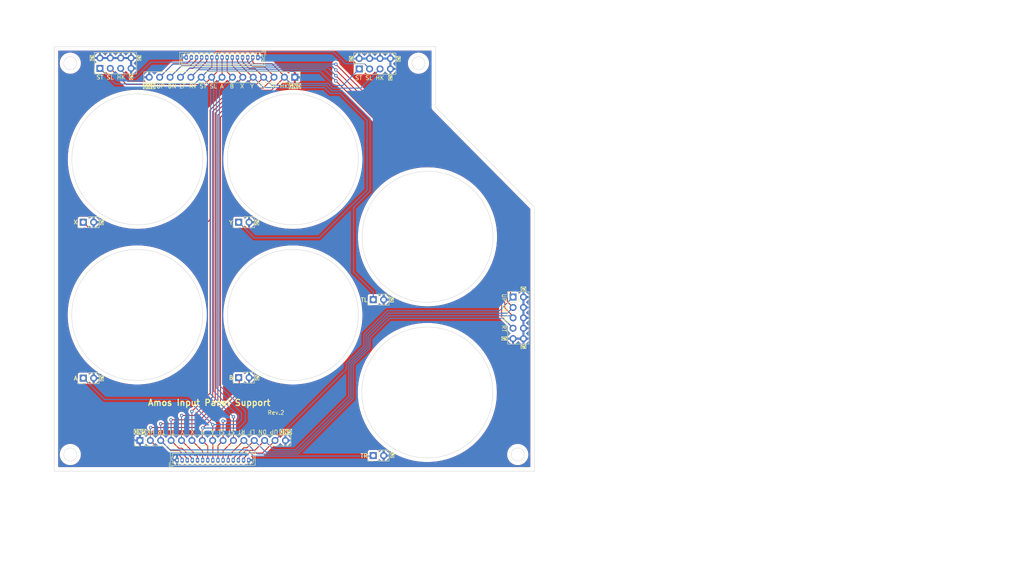
<source format=kicad_pcb>
(kicad_pcb (version 20221018) (generator pcbnew)
  (title_block (title "Input Panel Support") (date "2023-12-08") (rev "2") (company "Amos Home"))
  (layers (0 "F.Cu" signal) (31 "B.Cu" signal) (34 "B.Paste" user) (35 "F.Paste" user) (36 "B.SilkS" user "B.Silkscreen") (37 "F.SilkS" user "F.Silkscreen") (38 "B.Mask" user) (39 "F.Mask" user) (44 "Edge.Cuts" user))
  (net 0 "")
  (net 1 "/UP")
  (net 2 "/DOWN")
  (net 3 "/LEFT")
  (net 4 "/RIGHT")
  (net 5 "/START")
  (net 6 "/SELECT")
  (net 7 "/A")
  (net 8 "/B")
  (net 9 "/X")
  (net 10 "/Y")
  (net 11 "/TL")
  (net 12 "/TR")
  (net 13 "/HOTKEY")
  (net 14 "GND")
  (footprint "Connector_PinHeader_2.54mm:PinHeader_1x15_P2.54mm_Vertical" (layer "F.Cu") (at 56.896 126.365 90)
    (fp_text reference "J4" hide)
    (fp_text value "Conn_01x15" hide)
    (pad "1" thru_hole rect (at 0 0 90) (size 1.7 1.7) (drill 1) (layers "*.Cu" "*.Mask") (net 14 "GND"))
    (pad "2" thru_hole oval (at 0 2.54 90) (size 1.7 1.7) (drill 1) (layers "*.Cu" "*.Mask") (net 13 "/HOTKEY"))
    (pad "3" thru_hole oval (at 0 5.08 90) (size 1.7 1.7) (drill 1) (layers "*.Cu" "*.Mask") (net 12 "/TR"))
    (pad "4" thru_hole oval (at 0 7.62 90) (size 1.7 1.7) (drill 1) (layers "*.Cu" "*.Mask") (net 11 "/TL"))
    (pad "5" thru_hole oval (at 0 10.16 90) (size 1.7 1.7) (drill 1) (layers "*.Cu" "*.Mask") (net 10 "/Y"))
    (pad "6" thru_hole oval (at 0 12.7 90) (size 1.7 1.7) (drill 1) (layers "*.Cu" "*.Mask") (net 9 "/X"))
    (pad "7" thru_hole oval (at 0 15.24 90) (size 1.7 1.7) (drill 1) (layers "*.Cu" "*.Mask") (net 8 "/B"))
    (pad "8" thru_hole oval (at 0 17.78 90) (size 1.7 1.7) (drill 1) (layers "*.Cu" "*.Mask") (net 7 "/A"))
    (pad "9" thru_hole oval (at 0 20.32 90) (size 1.7 1.7) (drill 1) (layers "*.Cu" "*.Mask") (net 6 "/SELECT"))
    (pad "10" thru_hole oval (at 0 22.86 90) (size 1.7 1.7) (drill 1) (layers "*.Cu" "*.Mask") (net 5 "/START"))
    (pad "11" thru_hole oval (at 0 25.4 90) (size 1.7 1.7) (drill 1) (layers "*.Cu" "*.Mask") (net 4 "/RIGHT"))
    (pad "12" thru_hole oval (at 0 27.94 90) (size 1.7 1.7) (drill 1) (layers "*.Cu" "*.Mask") (net 3 "/LEFT"))
    (pad "13" thru_hole oval (at 0 30.48 90) (size 1.7 1.7) (drill 1) (layers "*.Cu" "*.Mask") (net 2 "/DOWN"))
    (pad "14" thru_hole oval (at 0 33.02 90) (size 1.7 1.7) (drill 1) (layers "*.Cu" "*.Mask") (net 1 "/UP"))
    (pad "15" thru_hole oval (at 0 35.56 90) (size 1.7 1.7) (drill 1) (layers "*.Cu" "*.Mask") (net 14 "GND"))
  )
  (footprint "Connector_PinHeader_2.54mm:PinHeader_1x02_P2.54mm_Vertical" (layer "F.Cu") (at 113.919 91.948 90)
    (fp_text reference "J12" hide)
    (fp_text value "Conn_01x02" hide)
    (pad "1" thru_hole rect (at 0 0 90) (size 1.7 1.7) (drill 1) (layers "*.Cu" "*.Mask") (net 11 "/TL"))
    (pad "2" thru_hole oval (at 0 2.54 90) (size 1.7 1.7) (drill 1) (layers "*.Cu" "*.Mask") (net 14 "GND"))
  )
  (footprint "Connector_PinHeader_2.54mm:PinHeader_2x04_P2.54mm_Vertical" (layer "F.Cu") (at 47.117 35.433 90)
    (fp_text reference "J14" hide)
    (fp_text value "Conn_02x04" hide)
    (pad "1" thru_hole rect (at 0 0 90) (size 1.7 1.7) (drill 1) (layers "*.Cu" "*.Mask") (net 5 "/START"))
    (pad "2" thru_hole oval (at 2.54 0 90) (size 1.7 1.7) (drill 1) (layers "*.Cu" "*.Mask") (net 14 "GND"))
    (pad "3" thru_hole oval (at 0 2.54 90) (size 1.7 1.7) (drill 1) (layers "*.Cu" "*.Mask") (net 6 "/SELECT"))
    (pad "4" thru_hole oval (at 2.54 2.54 90) (size 1.7 1.7) (drill 1) (layers "*.Cu" "*.Mask") (net 14 "GND"))
    (pad "5" thru_hole oval (at 0 5.08 90) (size 1.7 1.7) (drill 1) (layers "*.Cu" "*.Mask") (net 13 "/HOTKEY"))
    (pad "6" thru_hole oval (at 2.54 5.08 90) (size 1.7 1.7) (drill 1) (layers "*.Cu" "*.Mask") (net 14 "GND"))
    (pad "7" thru_hole oval (at 0 7.62 90) (size 1.7 1.7) (drill 1) (layers "*.Cu" "*.Mask") (net 14 "GND"))
    (pad "8" thru_hole oval (at 2.54 7.62 90) (size 1.7 1.7) (drill 1) (layers "*.Cu" "*.Mask") (net 14 "GND"))
  )
  (footprint "Connector_PinHeader_2.54mm:PinHeader_2x04_P2.54mm_Vertical" (layer "F.Cu") (at 110.49 35.56 90)
    (fp_text reference "J15" hide)
    (fp_text value "Conn_02x04" hide)
    (pad "1" thru_hole rect (at 0 0 90) (size 1.7 1.7) (drill 1) (layers "*.Cu" "*.Mask") (net 5 "/START"))
    (pad "2" thru_hole oval (at 2.54 0 90) (size 1.7 1.7) (drill 1) (layers "*.Cu" "*.Mask") (net 14 "GND"))
    (pad "3" thru_hole oval (at 0 2.54 90) (size 1.7 1.7) (drill 1) (layers "*.Cu" "*.Mask") (net 6 "/SELECT"))
    (pad "4" thru_hole oval (at 2.54 2.54 90) (size 1.7 1.7) (drill 1) (layers "*.Cu" "*.Mask") (net 14 "GND"))
    (pad "5" thru_hole oval (at 0 5.08 90) (size 1.7 1.7) (drill 1) (layers "*.Cu" "*.Mask") (net 13 "/HOTKEY"))
    (pad "6" thru_hole oval (at 2.54 5.08 90) (size 1.7 1.7) (drill 1) (layers "*.Cu" "*.Mask") (net 14 "GND"))
    (pad "7" thru_hole oval (at 0 7.62 90) (size 1.7 1.7) (drill 1) (layers "*.Cu" "*.Mask") (net 14 "GND"))
    (pad "8" thru_hole oval (at 2.54 7.62 90) (size 1.7 1.7) (drill 1) (layers "*.Cu" "*.Mask") (net 14 "GND"))
  )
  (footprint "Connector_PinHeader_2.54mm:PinHeader_1x15_P2.54mm_Vertical" (layer "F.Cu") (at 94.742 37.592 -90)
    (fp_text reference "J3" hide)
    (fp_text value "Conn_01x15" hide)
    (pad "1" thru_hole rect (at 0 0 270) (size 1.7 1.7) (drill 1) (layers "*.Cu" "*.Mask") (net 14 "GND"))
    (pad "2" thru_hole oval (at 0 2.54 270) (size 1.7 1.7) (drill 1) (layers "*.Cu" "*.Mask") (net 13 "/HOTKEY"))
    (pad "3" thru_hole oval (at 0 5.08 270) (size 1.7 1.7) (drill 1) (layers "*.Cu" "*.Mask") (net 12 "/TR"))
    (pad "4" thru_hole oval (at 0 7.62 270) (size 1.7 1.7) (drill 1) (layers "*.Cu" "*.Mask") (net 11 "/TL"))
    (pad "5" thru_hole oval (at 0 10.16 270) (size 1.7 1.7) (drill 1) (layers "*.Cu" "*.Mask") (net 10 "/Y"))
    (pad "6" thru_hole oval (at 0 12.7 270) (size 1.7 1.7) (drill 1) (layers "*.Cu" "*.Mask") (net 9 "/X"))
    (pad "7" thru_hole oval (at 0 15.24 270) (size 1.7 1.7) (drill 1) (layers "*.Cu" "*.Mask") (net 8 "/B"))
    (pad "8" thru_hole oval (at 0 17.78 270) (size 1.7 1.7) (drill 1) (layers "*.Cu" "*.Mask") (net 7 "/A"))
    (pad "9" thru_hole oval (at 0 20.32 270) (size 1.7 1.7) (drill 1) (layers "*.Cu" "*.Mask") (net 6 "/SELECT"))
    (pad "10" thru_hole oval (at 0 22.86 270) (size 1.7 1.7) (drill 1) (layers "*.Cu" "*.Mask") (net 5 "/START"))
    (pad "11" thru_hole oval (at 0 25.4 270) (size 1.7 1.7) (drill 1) (layers "*.Cu" "*.Mask") (net 4 "/RIGHT"))
    (pad "12" thru_hole oval (at 0 27.94 270) (size 1.7 1.7) (drill 1) (layers "*.Cu" "*.Mask") (net 3 "/LEFT"))
    (pad "13" thru_hole oval (at 0 30.48 270) (size 1.7 1.7) (drill 1) (layers "*.Cu" "*.Mask") (net 2 "/DOWN"))
    (pad "14" thru_hole oval (at 0 33.02 270) (size 1.7 1.7) (drill 1) (layers "*.Cu" "*.Mask") (net 1 "/UP"))
    (pad "15" thru_hole oval (at 0 35.56 270) (size 1.7 1.7) (drill 1) (layers "*.Cu" "*.Mask") (net 14 "GND"))
  )
  (footprint "Connector_PinHeader_2.54mm:PinHeader_1x02_P2.54mm_Vertical" (layer "F.Cu") (at 43.053 73.025 90)
    (fp_text reference "J10" hide)
    (fp_text value "Conn_01x02" hide)
    (pad "1" thru_hole rect (at 0 0 90) (size 1.7 1.7) (drill 1) (layers "*.Cu" "*.Mask") (net 9 "/X"))
    (pad "2" thru_hole oval (at 0 2.54 90) (size 1.7 1.7) (drill 1) (layers "*.Cu" "*.Mask") (net 14 "GND"))
  )
  (footprint "Connector_PinHeader_2.54mm:PinHeader_1x02_P2.54mm_Vertical" (layer "F.Cu") (at 43.053 111.125 90)
    (fp_text reference "J8" hide)
    (fp_text value "Conn_01x02" hide)
    (pad "1" thru_hole rect (at 0 0 90) (size 1.7 1.7) (drill 1) (layers "*.Cu" "*.Mask") (net 7 "/A"))
    (pad "2" thru_hole oval (at 0 2.54 90) (size 1.7 1.7) (drill 1) (layers "*.Cu" "*.Mask") (net 14 "GND"))
  )
  (footprint "Connector_PinHeader_2.54mm:PinHeader_1x02_P2.54mm_Vertical" (layer "F.Cu") (at 81.026 73.025 90)
    (fp_text reference "J11" hide)
    (fp_text value "Conn_01x02" hide)
    (pad "1" thru_hole rect (at 0 0 90) (size 1.7 1.7) (drill 1) (layers "*.Cu" "*.Mask") (net 10 "/Y"))
    (pad "2" thru_hole oval (at 0 2.54 90) (size 1.7 1.7) (drill 1) (layers "*.Cu" "*.Mask") (net 14 "GND"))
  )
  (footprint "Connector_Molex:Molex_PicoBlade_53047-1510_1x15_P1.25mm_Vertical" (layer "F.Cu") (at 65.966 131.1656)
    (fp_text reference "J2" hide)
    (fp_text value "Conn_01x14" hide)
    (pad "1" thru_hole roundrect (at 0 0) (size 0.8 1.3) (drill 0.5) (layers "*.Cu" "*.Mask") (net 14 "GND"))
    (pad "2" thru_hole oval (at 1.25 0) (size 0.8 1.3) (drill 0.5) (layers "*.Cu" "*.Mask") (net 13 "/HOTKEY"))
    (pad "3" thru_hole oval (at 2.5 0) (size 0.8 1.3) (drill 0.5) (layers "*.Cu" "*.Mask") (net 12 "/TR"))
    (pad "4" thru_hole oval (at 3.75 0) (size 0.8 1.3) (drill 0.5) (layers "*.Cu" "*.Mask") (net 11 "/TL"))
    (pad "5" thru_hole oval (at 5 0) (size 0.8 1.3) (drill 0.5) (layers "*.Cu" "*.Mask") (net 10 "/Y"))
    (pad "6" thru_hole oval (at 6.25 0) (size 0.8 1.3) (drill 0.5) (layers "*.Cu" "*.Mask") (net 9 "/X"))
    (pad "7" thru_hole oval (at 7.5 0) (size 0.8 1.3) (drill 0.5) (layers "*.Cu" "*.Mask") (net 8 "/B"))
    (pad "8" thru_hole oval (at 8.75 0) (size 0.8 1.3) (drill 0.5) (layers "*.Cu" "*.Mask") (net 7 "/A"))
    (pad "9" thru_hole oval (at 10 0) (size 0.8 1.3) (drill 0.5) (layers "*.Cu" "*.Mask") (net 6 "/SELECT"))
    (pad "10" thru_hole oval (at 11.25 0) (size 0.8 1.3) (drill 0.5) (layers "*.Cu" "*.Mask") (net 5 "/START"))
    (pad "11" thru_hole oval (at 12.5 0) (size 0.8 1.3) (drill 0.5) (layers "*.Cu" "*.Mask") (net 4 "/RIGHT"))
    (pad "12" thru_hole oval (at 13.75 0) (size 0.8 1.3) (drill 0.5) (layers "*.Cu" "*.Mask") (net 3 "/LEFT"))
    (pad "13" thru_hole oval (at 15 0) (size 0.8 1.3) (drill 0.5) (layers "*.Cu" "*.Mask") (net 2 "/DOWN"))
    (pad "14" thru_hole oval (at 16.25 0) (size 0.8 1.3) (drill 0.5) (layers "*.Cu" "*.Mask") (net 1 "/UP"))
    (pad "15" thru_hole oval (at 17.5 0) (size 0.8 1.3) (drill 0.5) (layers "*.Cu" "*.Mask") (net 14 "GND"))
  )
  (footprint "Connector_Molex:Molex_PicoBlade_53047-1510_1x15_P1.25mm_Vertical" (layer "F.Cu") (at 85.725 32.766 180)
    (fp_text reference "J1" hide)
    (fp_text value "Conn_01x15" hide)
    (pad "1" thru_hole roundrect (at 0 0 180) (size 0.8 1.3) (drill 0.5) (layers "*.Cu" "*.Mask") (net 14 "GND"))
    (pad "2" thru_hole oval (at 1.25 0 180) (size 0.8 1.3) (drill 0.5) (layers "*.Cu" "*.Mask") (net 13 "/HOTKEY"))
    (pad "3" thru_hole oval (at 2.5 0 180) (size 0.8 1.3) (drill 0.5) (layers "*.Cu" "*.Mask") (net 12 "/TR"))
    (pad "4" thru_hole oval (at 3.75 0 180) (size 0.8 1.3) (drill 0.5) (layers "*.Cu" "*.Mask") (net 11 "/TL"))
    (pad "5" thru_hole oval (at 5 0 180) (size 0.8 1.3) (drill 0.5) (layers "*.Cu" "*.Mask") (net 10 "/Y"))
    (pad "6" thru_hole oval (at 6.25 0 180) (size 0.8 1.3) (drill 0.5) (layers "*.Cu" "*.Mask") (net 9 "/X"))
    (pad "7" thru_hole oval (at 7.5 0 180) (size 0.8 1.3) (drill 0.5) (layers "*.Cu" "*.Mask") (net 8 "/B"))
    (pad "8" thru_hole oval (at 8.75 0 180) (size 0.8 1.3) (drill 0.5) (layers "*.Cu" "*.Mask") (net 7 "/A"))
    (pad "9" thru_hole oval (at 10 0 180) (size 0.8 1.3) (drill 0.5) (layers "*.Cu" "*.Mask") (net 6 "/SELECT"))
    (pad "10" thru_hole oval (at 11.25 0 180) (size 0.8 1.3) (drill 0.5) (layers "*.Cu" "*.Mask") (net 5 "/START"))
    (pad "11" thru_hole oval (at 12.5 0 180) (size 0.8 1.3) (drill 0.5) (layers "*.Cu" "*.Mask") (net 4 "/RIGHT"))
    (pad "12" thru_hole oval (at 13.75 0 180) (size 0.8 1.3) (drill 0.5) (layers "*.Cu" "*.Mask") (net 3 "/LEFT"))
    (pad "13" thru_hole oval (at 15 0 180) (size 0.8 1.3) (drill 0.5) (layers "*.Cu" "*.Mask") (net 2 "/DOWN"))
    (pad "14" thru_hole oval (at 16.25 0 180) (size 0.8 1.3) (drill 0.5) (layers "*.Cu" "*.Mask") (net 1 "/UP"))
    (pad "15" thru_hole oval (at 17.5 0 180) (size 0.8 1.3) (drill 0.5) (layers "*.Cu" "*.Mask") (net 14 "GND"))
  )
  (footprint "Connector_PinHeader_2.54mm:PinHeader_1x02_P2.54mm_Vertical" (layer "F.Cu") (at 113.919 130.048 90)
    (fp_text reference "J13" hide)
    (fp_text value "Conn_01x02" hide)
    (pad "1" thru_hole rect (at 0 0 90) (size 1.7 1.7) (drill 1) (layers "*.Cu" "*.Mask") (net 12 "/TR"))
    (pad "2" thru_hole oval (at 0 2.54 90) (size 1.7 1.7) (drill 1) (layers "*.Cu" "*.Mask") (net 14 "GND"))
  )
  (footprint "Connector_PinHeader_2.54mm:PinHeader_2x05_P2.54mm_Vertical" (layer "F.Cu") (at 148.082 91.313)
    (fp_text reference "J7" hide)
    (fp_text value "Conn_02x05" hide)
    (pad "1" thru_hole rect (at 0 0) (size 1.7 1.7) (drill 1) (layers "*.Cu" "*.Mask") (net 1 "/UP"))
    (pad "2" thru_hole oval (at 2.54 0) (size 1.7 1.7) (drill 1) (layers "*.Cu" "*.Mask") (net 14 "GND"))
    (pad "3" thru_hole oval (at 0 2.54) (size 1.7 1.7) (drill 1) (layers "*.Cu" "*.Mask") (net 2 "/DOWN"))
    (pad "4" thru_hole oval (at 2.54 2.54) (size 1.7 1.7) (drill 1) (layers "*.Cu" "*.Mask") (net 14 "GND"))
    (pad "5" thru_hole oval (at 0 5.08) (size 1.7 1.7) (drill 1) (layers "*.Cu" "*.Mask") (net 3 "/LEFT"))
    (pad "6" thru_hole oval (at 2.54 5.08) (size 1.7 1.7) (drill 1) (layers "*.Cu" "*.Mask") (net 14 "GND"))
    (pad "7" thru_hole oval (at 0 7.62) (size 1.7 1.7) (drill 1) (layers "*.Cu" "*.Mask") (net 4 "/RIGHT"))
    (pad "8" thru_hole oval (at 2.54 7.62) (size 1.7 1.7) (drill 1) (layers "*.Cu" "*.Mask") (net 14 "GND"))
    (pad "9" thru_hole oval (at 0 10.16) (size 1.7 1.7) (drill 1) (layers "*.Cu" "*.Mask") (net 14 "GND"))
    (pad "10" thru_hole oval (at 2.54 10.16) (size 1.7 1.7) (drill 1) (layers "*.Cu" "*.Mask") (net 14 "GND"))
  )
  (footprint "Connector_PinHeader_2.54mm:PinHeader_1x02_P2.54mm_Vertical" (layer "F.Cu") (at 81.026 110.998 90)
    (fp_text reference "J9" hide)
    (fp_text value "Conn_01x02" hide)
    (pad "1" thru_hole rect (at 0 0 90) (size 1.7 1.7) (drill 1) (layers "*.Cu" "*.Mask") (net 8 "/B"))
    (pad "2" thru_hole oval (at 0 2.54 90) (size 1.7 1.7) (drill 1) (layers "*.Cu" "*.Mask") (net 14 "GND"))
  )
  (gr_circle (center 94.277394 57.658) (end 110.277394 57.658) (stroke (width 0.1)) (fill none) (layer "Edge.Cuts"))
  (gr_circle (center 56.261 57.658) (end 40.261 57.658) (stroke (width 0.1)) (fill none) (layer "Edge.Cuts"))
  (gr_poly (pts (xy 129.159 44.958) (xy 153.289 69.342) (xy 153.289 133.858) (xy 35.941 133.858) (xy 35.941 30.099) (xy 129.159 30.099)) (stroke (width 0.1)) (fill none) (layer "Edge.Cuts"))
  (gr_circle (center 39.878 34.163) (end 41.478 34.163) (stroke (width 0.1)) (fill none) (layer "Edge.Cuts"))
  (gr_circle (center 127.129 114.6302) (end 143.129 114.6302) (stroke (width 0.1)) (fill none) (layer "Edge.Cuts"))
  (gr_circle (center 124.968 34.168) (end 126.568 34.168) (stroke (width 0.1)) (fill none) (layer "Edge.Cuts"))
  (gr_circle (center 94.277394 95.6838) (end 110.277394 95.6838) (stroke (width 0.1)) (fill none) (layer "Edge.Cuts"))
  (gr_circle (center 56.2356 95.6838) (end 72.2356 95.6838) (stroke (width 0.1)) (fill none) (layer "Edge.Cuts"))
  (gr_circle (center 127.1778 76.583) (end 111.1778 76.583) (stroke (width 0.1)) (fill none) (layer "Edge.Cuts"))
  (gr_circle (center 39.878 129.794) (end 41.478 129.794) (stroke (width 0.1)) (fill none) (layer "Edge.Cuts"))
  (gr_circle (center 149.225 129.794) (end 150.825 129.794) (stroke (width 0.1)) (fill none) (layer "Edge.Cuts"))
  (gr_text "G" (at 149.987 102.87 270) (layer "F.SilkS" knockout) (effects (font (size 1 1)) (justify left bottom)))
  (gr_text "G" (at 54.737 38.2016) (layer "F.SilkS" knockout) (effects (font (size 1 1)) (justify bottom)))
  (gr_text "G" (at 118.4402 92.583) (layer "F.SilkS" knockout) (effects (font (size 1 1)) (justify bottom)))
  (gr_text "Amos Input Panel Support" (at 58.6994 118.0084) (layer "F.SilkS") (effects (font (size 1.5 1.5) (thickness 0.3) bold) (justify left bottom)))
  (gr_text "G" (at 120.1166 33.7312) (layer "F.SilkS" knockout) (effects (font (size 1 1)) (justify bottom)))
  (gr_text "UP DN LF RT" (at 145.288 90.424 270) (layer "F.SilkS") (effects (font (size 1 0.95)) (justify left bottom)))
  (gr_text "UP DN LF RT ST SL A  B  X  Y  TL TR HK" (at 74.549 123.6472 180) (layer "F.SilkS") (effects (font (size 1 1)) (justify bottom)))
  (gr_text "GND" (at 56.9214 123.5964 180) (layer "F.SilkS" knockout) (effects (font (size 1 1)) (justify bottom)))
  (gr_text "G" (at 117.983 130.556) (layer "F.SilkS" knockout) (effects (font (size 1 1)) (justify left bottom)))
  (gr_text "UP DN LF RT ST SL A  B  X  Y  TL TR HK" (at 77.0382 40.386) (layer "F.SilkS") (effects (font (size 1 1)) (justify bottom)))
  (gr_text "G" (at 47.5742 111.8108) (layer "F.SilkS" knockout) (effects (font (size 1 1)) (justify bottom)))
  (gr_text "ST SL HK" (at 113.03 38.354) (layer "F.SilkS") (effects (font (size 1 1)) (justify bottom)))
  (gr_text "TR" (at 110.6678 130.7084) (layer "F.SilkS") (effects (font (size 1 1) (thickness 0.1875)) (justify left bottom)))
  (gr_text "TL" (at 111.6838 92.6084) (layer "F.SilkS") (effects (font (size 1 1) (thickness 0.1875)) (justify bottom)))
  (gr_text "G" (at 118.0846 38.354) (layer "F.SilkS" knockout) (effects (font (size 1 1)) (justify bottom)))
  (gr_text "B" (at 79.1718 111.6076) (layer "F.SilkS") (effects (font (size 1 1) (thickness 0.1875)) (justify bottom)))
  (gr_text "G" (at 47.5742 73.66) (layer "F.SilkS" knockout) (effects (font (size 1 1)) (justify bottom)))
  (gr_text "ST SL HK" (at 49.784 38.2016) (layer "F.SilkS") (effects (font (size 1 1)) (justify bottom)))
  (gr_text "GND" (at 59.1566 40.4368) (layer "F.SilkS" knockout) (effects (font (size 1 1)) (justify bottom)))
  (gr_text "Y" (at 79.121 73.7108) (layer "F.SilkS") (effects (font (size 1 1) (thickness 0.1875)) (justify bottom)))
  (gr_text "Rev.2" (at 88.011 120.142) (layer "F.SilkS") (effects (font (size 1 1)) (justify left bottom)))
  (gr_text "G" (at 108.4834 33.7312) (layer "F.SilkS" knockout) (effects (font (size 1 1)) (justify bottom)))
  (gr_text "GND" (at 94.7674 40.386) (layer "F.SilkS" knockout) (effects (font (size 1 1)) (justify bottom)))
  (gr_text "G" (at 45.1358 33.528) (layer "F.SilkS" knockout) (effects (font (size 1 1)) (justify bottom)))
  (gr_text "A" (at 41.1734 111.76) (layer "F.SilkS") (effects (font (size 1 1) (thickness 0.1875)) (justify bottom)))
  (gr_text "GND" (at 92.5322 123.5964 180) (layer "F.SilkS" knockout) (effects (font (size 1 1)) (justify bottom)))
  (gr_text "G" (at 149.987 88.646 270) (layer "F.SilkS" knockout) (effects (font (size 1 1)) (justify left bottom)))
  (gr_text "G" (at 85.5218 73.7108) (layer "F.SilkS" knockout) (effects (font (size 1 1)) (justify bottom)))
  (gr_text "G" (at 56.7182 33.528) (layer "F.SilkS" knockout) (effects (font (size 1 1)) (justify bottom)))
  (gr_text "X" (at 41.1734 73.6092) (layer "F.SilkS") (effects (font (size 1 1) (thickness 0.1875)) (justify bottom)))
  (gr_text "G" (at 85.5726 111.633) (layer "F.SilkS" knockout) (effects (font (size 1 1)) (justify bottom)))
  (gr_text "G" (at 145.288 100.838 270) (layer "F.SilkS" knockout) (effects (font (size 1 1)) (justify left bottom)))
  (segment (start 68.326 34.29) (end 69.475 33.141) (width 0.25) (layer "F.Cu") (net 1))
  (segment (start 83.566 129.413) (end 86.868 129.413) (width 0.25) (layer "F.Cu") (net 1))
  (segment (start 69.475 33.141) (end 69.475 32.766) (width 0.25) (layer "F.Cu") (net 1))
  (segment (start 86.868 129.413) (end 89.916 126.365) (width 0.25) (layer "F.Cu") (net 1))
  (segment (start 61.722 37.592) (end 65.024 34.29) (width 0.25) (layer "F.Cu") (net 1))
  (segment (start 147.447 68.072) (end 147.447 90.678) (width 0.25) (layer "F.Cu") (net 1))
  (segment (start 147.447 90.678) (end 148.082 91.313) (width 0.25) (layer "F.Cu") (net 1))
  (segment (start 124.714 54.356) (end 133.731 54.356) (width 0.25) (layer "F.Cu") (net 1))
  (segment (start 104.775 34.417) (end 124.714 54.356) (width 0.25) (layer "F.Cu") (net 1))
  (segment (start 61.341 37.338) (end 61.468 37.338) (width 0.25) (layer "F.Cu") (net 1))
  (segment (start 82.216 130.763) (end 83.566 129.413) (width 0.25) (layer "F.Cu") (net 1))
  (segment (start 82.216 131.1656) (end 82.216 130.763) (width 0.25) (layer "F.Cu") (net 1))
  (segment (start 133.731 54.356) (end 147.447 68.072) (width 0.25) (layer "F.Cu") (net 1))
  (segment (start 61.468 37.338) (end 61.722 37.592) (width 0.25) (layer "F.Cu") (net 1))
  (segment (start 65.024 34.29) (end 68.326 34.29) (width 0.25) (layer "F.Cu") (net 1))
  (via (at 104.775 34.417) (size 0.8) (drill 0.4) (layers "F.Cu" "B.Cu") (net 1))
  (segment (start 89.916 126.365) (end 107.315 108.966) (width 0.25) (layer "B.Cu") (net 1))
  (segment (start 107.315 108.966) (end 107.315 107.5436) (width 0.25) (layer "B.Cu") (net 1))
  (segment (start 144.7546 94.6404) (end 148.082 91.313) (width 0.25) (layer "B.Cu") (net 1))
  (segment (start 104.775 34.417) (end 104.753 34.395) (width 0.25) (layer "B.Cu") (net 1))
  (segment (start 111.633 103.2256) (end 111.633 100.3554) (width 0.25) (layer "B.Cu") (net 1))
  (segment (start 111.633 100.3554) (end 117.348 94.6404) (width 0.25) (layer "B.Cu") (net 1))
  (segment (start 107.315 107.5436) (end 111.633 103.2256) (width 0.25) (layer "B.Cu") (net 1))
  (segment (start 117.348 94.6404) (end 144.7546 94.6404) (width 0.25) (layer "B.Cu") (net 1))
  (segment (start 104.753 34.395) (end 64.919 34.395) (width 0.25) (layer "B.Cu") (net 1))
  (segment (start 64.919 34.395) (end 61.722 37.592) (width 0.25) (layer "B.Cu") (net 1))
  (segment (start 146.685 68.199) (end 146.685 92.456) (width 0.25) (layer "F.Cu") (net 2))
  (segment (start 80.966 131.1656) (end 80.966 130.616) (width 0.25) (layer "F.Cu") (net 2))
  (segment (start 104.775 35.814) (end 124.079 55.118) (width 0.25) (layer "F.Cu") (net 2))
  (segment (start 82.804 128.778) (end 84.963 128.778) (width 0.25) (layer "F.Cu") (net 2))
  (segment (start 80.906 131.318) (end 80.906 131.2256) (width 0.25) (layer "F.Cu") (net 2))
  (segment (start 80.966 130.616) (end 82.804 128.778) (width 0.25) (layer "F.Cu") (net 2))
  (segment (start 146.685 92.456) (end 148.082 93.853) (width 0.25) (layer "F.Cu") (net 2))
  (segment (start 67.056 34.798) (end 64.262 37.592) (width 0.25) (layer "F.Cu") (net 2))
  (segment (start 133.604 55.118) (end 146.685 68.199) (width 0.25) (layer "F.Cu") (net 2))
  (segment (start 124.079 55.118) (end 133.604 55.118) (width 0.25) (layer "F.Cu") (net 2))
  (segment (start 70.725 33.288) (end 69.215 34.798) (width 0.25) (layer "F.Cu") (net 2))
  (segment (start 80.906 131.2256) (end 80.966 131.1656) (width 0.25) (layer "F.Cu") (net 2))
  (segment (start 69.215 34.798) (end 67.056 34.798) (width 0.25) (layer "F.Cu") (net 2))
  (segment (start 70.725 32.766) (end 70.725 33.288) (width 0.25) (layer "F.Cu") (net 2))
  (segment (start 84.963 128.778) (end 87.376 126.365) (width 0.25) (layer "F.Cu") (net 2))
  (via (at 104.775 35.814) (size 0.8) (drill 0.4) (layers "F.Cu" "B.Cu") (net 2))
  (segment (start 146.685 95.25) (end 148.082 93.853) (width 0.25) (layer "B.Cu") (net 2))
  (segment (start 94.869 128.651) (end 107.9246 115.5954) (width 0.25) (layer "B.Cu") (net 2))
  (segment (start 117.5766 95.25) (end 146.685 95.25) (width 0.25) (layer "B.Cu") (net 2))
  (segment (start 107.9246 107.6198) (end 112.1664 103.378) (width 0.25) (layer "B.Cu") (net 2))
  (segment (start 112.1664 103.378) (end 112.1664 100.6602) (width 0.25) (layer "B.Cu") (net 2))
  (segment (start 89.662 128.651) (end 94.869 128.651) (width 0.25) (layer "B.Cu") (net 2))
  (segment (start 104.775 35.814) (end 103.806 34.845) (width 0.25) (layer "B.Cu") (net 2))
  (segment (start 87.376 126.365) (end 89.662 128.651) (width 0.25) (layer "B.Cu") (net 2))
  (segment (start 103.806 34.845) (end 67.009 34.845) (width 0.25) (layer "B.Cu") (net 2))
  (segment (start 107.9246 115.5954) (end 107.9246 107.6198) (width 0.25) (layer "B.Cu") (net 2))
  (segment (start 112.1664 100.6602) (end 117.5766 95.25) (width 0.25) (layer "B.Cu") (net 2))
  (segment (start 67.009 34.845) (end 64.262 37.592) (width 0.25) (layer "B.Cu") (net 2))
  (segment (start 69.85 35.433) (end 71.975 33.308) (width 0.25) (layer "F.Cu") (net 3))
  (segment (start 82.2706 128.143) (end 83.058 128.143) (width 0.25) (layer "F.Cu") (net 3))
  (segment (start 68.961 35.433) (end 69.85 35.433) (width 0.25) (layer "F.Cu") (net 3))
  (segment (start 66.802 37.592) (end 68.961 35.433) (width 0.25) (layer "F.Cu") (net 3))
  (segment (start 71.975 33.308) (end 71.975 32.766) (width 0.25) (layer "F.Cu") (net 3))
  (segment (start 133.477 55.88) (end 146.05 68.453) (width 0.25) (layer "F.Cu") (net 3))
  (segment (start 146.05 93.98) (end 148.082 96.012) (width 0.25) (layer "F.Cu") (net 3))
  (segment (start 148.082 96.012) (end 148.082 96.393) (width 0.25) (layer "F.Cu") (net 3))
  (segment (start 146.05 68.453) (end 146.05 93.98) (width 0.25) (layer "F.Cu") (net 3))
  (segment (start 79.716 130.6976) (end 82.2706 128.143) (width 0.25) (layer "F.Cu") (net 3))
  (segment (start 104.775 37.211) (end 123.444 55.88) (width 0.25) (layer "F.Cu") (net 3))
  (segment (start 123.444 55.88) (end 133.477 55.88) (width 0.25) (layer "F.Cu") (net 3))
  (segment (start 79.716 131.1656) (end 79.716 130.6976) (width 0.25) (layer "F.Cu") (net 3))
  (segment (start 83.058 128.143) (end 84.836 126.365) (width 0.25) (layer "F.Cu") (net 3))
  (via (at 104.775 37.211) (size 0.8) (drill 0.4) (layers "F.Cu" "B.Cu") (net 3))
  (segment (start 66.548 37.338) (end 66.421 37.338) (width 0.25) (layer "B.Cu") (net 3))
  (segment (start 66.802 37.592) (end 66.548 37.338) (width 0.25) (layer "B.Cu") (net 3))
  (segment (start 104.775 37.211) (end 102.859 35.295) (width 0.25) (layer "B.Cu") (net 3))
  (segment (start 117.7036 95.885) (end 147.574 95.885) (width 0.25) (layer "B.Cu") (net 3))
  (segment (start 147.574 95.885) (end 148.082 96.393) (width 0.25) (layer "B.Cu") (net 3))
  (segment (start 112.649 103.5812) (end 112.649 100.9396) (width 0.25) (layer "B.Cu") (net 3))
  (segment (start 84.836 126.365) (end 87.63 129.159) (width 0.25) (layer "B.Cu") (net 3))
  (segment (start 102.859 35.295) (end 69.099 35.295) (width 0.25) (layer "B.Cu") (net 3))
  (segment (start 69.099 35.295) (end 66.802 37.592) (width 0.25) (layer "B.Cu") (net 3))
  (segment (start 108.458 107.7722) (end 112.649 103.5812) (width 0.25) (layer "B.Cu") (net 3))
  (segment (start 108.458 115.951) (end 108.458 107.7722) (width 0.25) (layer "B.Cu") (net 3))
  (segment (start 112.649 100.9396) (end 117.7036 95.885) (width 0.25) (layer "B.Cu") (net 3))
  (segment (start 87.63 129.159) (end 95.25 129.159) (width 0.25) (layer "B.Cu") (net 3))
  (segment (start 95.25 129.159) (end 108.458 115.951) (width 0.25) (layer "B.Cu") (net 3))
  (segment (start 145.288 96.139) (end 148.082 98.933) (width 0.25) (layer "F.Cu") (net 4))
  (segment (start 69.342 37.592) (end 73.225 33.709) (width 0.25) (layer "F.Cu") (net 4))
  (segment (start 122.936 56.642) (end 133.223 56.642) (width 0.25) (layer "F.Cu") (net 4))
  (segment (start 133.223 56.642) (end 145.288 68.707) (width 0.25) (layer "F.Cu") (net 4))
  (segment (start 73.225 33.709) (end 73.225 32.766) (width 0.25) (layer "F.Cu") (net 4))
  (segment (start 78.466 130.195) (end 78.466 131.1656) (width 0.25) (layer "F.Cu") (net 4))
  (segment (start 145.288 68.707) (end 145.288 96.139) (width 0.25) (layer "F.Cu") (net 4))
  (segment (start 82.296 126.365) (end 78.466 130.195) (width 0.25) (layer "F.Cu") (net 4))
  (segment (start 104.775 38.481) (end 122.936 56.642) (width 0.25) (layer "F.Cu") (net 4))
  (via (at 104.775 38.481) (size 0.8) (drill 0.4) (layers "F.Cu" "B.Cu") (net 4))
  (segment (start 145.669 96.52) (end 148.082 98.933) (width 0.25) (layer "B.Cu") (net 4))
  (segment (start 71.189 35.745) (end 69.342 37.592) (width 0.25) (layer "B.Cu") (net 4))
  (segment (start 85.598 129.667) (end 95.504 129.667) (width 0.25) (layer "B.Cu") (net 4))
  (segment (start 109.0168 116.1542) (end 109.0168 107.8738) (width 0.25) (layer "B.Cu") (net 4))
  (segment (start 82.296 126.365) (end 85.598 129.667) (width 0.25) (layer "B.Cu") (net 4))
  (segment (start 113.1062 101.346) (end 117.9322 96.52) (width 0.25) (layer "B.Cu") (net 4))
  (segment (start 109.0168 107.8738) (end 113.1062 103.7844) (width 0.25) (layer "B.Cu") (net 4))
  (segment (start 95.504 129.667) (end 109.0168 116.1542) (width 0.25) (layer "B.Cu") (net 4))
  (segment (start 102.039 35.745) (end 71.189 35.745) (width 0.25) (layer "B.Cu") (net 4))
  (segment (start 113.1062 103.7844) (end 113.1062 101.346) (width 0.25) (layer "B.Cu") (net 4))
  (segment (start 104.775 38.481) (end 102.039 35.745) (width 0.25) (layer "B.Cu") (net 4))
  (segment (start 117.9322 96.52) (end 145.669 96.52) (width 0.25) (layer "B.Cu") (net 4))
  (segment (start 71.882 37.592) (end 74.475 34.999) (width 0.25) (layer "F.Cu") (net 5))
  (segment (start 79.756 120.5992) (end 79.756 126.365) (width 0.25) (layer "F.Cu") (net 5))
  (segment (start 77.216 131.1656) (end 77.216 128.905) (width 0.25) (layer "F.Cu") (net 5))
  (segment (start 74.475 34.999) (end 74.475 32.766) (width 0.25) (layer "F.Cu") (net 5))
  (segment (start 77.216 128.905) (end 79.756 126.365) (width 0.25) (layer "F.Cu") (net 5))
  (via (at 79.756 120.5992) (size 0.8) (drill 0.4) (layers "F.Cu" "B.Cu") (net 5))
  (segment (start 47.117 35.433) (end 50.927 39.243) (width 0.25) (layer "B.Cu") (net 5))
  (segment (start 73.279 36.195) (end 100.965 36.195) (width 0.25) (layer "B.Cu") (net 5))
  (segment (start 50.927 39.243) (end 70.231 39.243) (width 0.25) (layer "B.Cu") (net 5))
  (segment (start 100.965 36.195) (end 104.394 39.624) (width 0.25) (layer "B.Cu") (net 5))
  (segment (start 79.756 120.5992) (end 74.168 115.0112) (width 0.25) (layer "B.Cu") (net 5))
  (segment (start 106.426 39.624) (end 110.49 35.56) (width 0.25) (layer "B.Cu") (net 5))
  (segment (start 71.882 37.592) (end 73.279 36.195) (width 0.25) (layer "B.Cu") (net 5))
  (segment (start 74.168 39.878) (end 71.882 37.592) (width 0.25) (layer "B.Cu") (net 5))
  (segment (start 74.168 115.0112) (end 74.168 39.878) (width 0.25) (layer "B.Cu") (net 5))
  (segment (start 104.394 39.624) (end 106.426 39.624) (width 0.25) (layer "B.Cu") (net 5))
  (segment (start 70.231 39.243) (end 71.882 37.592) (width 0.25) (layer "B.Cu") (net 5))
  (segment (start 75.725 36.289) (end 75.725 32.766) (width 0.25) (layer "F.Cu") (net 6))
  (segment (start 74.422 37.592) (end 72.644 39.37) (width 0.25) (layer "F.Cu") (net 6))
  (segment (start 75.966 127.615) (end 75.966 131.1656) (width 0.25) (layer "F.Cu") (net 6))
  (segment (start 74.422 37.592) (end 75.725 36.289) (width 0.25) (layer "F.Cu") (net 6))
  (segment (start 77.216 121.6152) (end 77.216 126.365) (width 0.25) (layer "F.Cu") (net 6))
  (segment (start 72.644 39.37) (end 53.594 39.37) (width 0.25) (layer "F.Cu") (net 6))
  (segment (start 77.216 126.365) (end 75.966 127.615) (width 0.25) (layer "F.Cu") (net 6))
  (segment (start 53.594 39.37) (end 49.657 35.433) (width 0.25) (layer "F.Cu") (net 6))
  (via (at 77.216 121.6152) (size 0.8) (drill 0.4) (layers "F.Cu" "B.Cu") (net 6))
  (segment (start 107.061 34.29) (end 104.14 31.369) (width 0.25) (layer "B.Cu") (net 6))
  (segment (start 76.2 31.369) (end 75.725 31.844) (width 0.25) (layer "B.Cu") (net 6))
  (segment (start 104.14 31.369) (end 76.2 31.369) (width 0.25) (layer "B.Cu") (net 6))
  (segment (start 74.9046 38.0746) (end 74.422 37.592) (width 0.25) (layer "B.Cu") (net 6))
  (segment (start 113.03 35.56) (end 111.76 34.29) (width 0.25) (layer "B.Cu") (net 6))
  (segment (start 80.3402 121.6152) (end 80.9498 121.0056) (width 0.25) (layer "B.Cu") (net 6))
  (segment (start 80.9498 121.0056) (end 80.9498 120.3452) (width 0.25) (layer "B.Cu") (net 6))
  (segment (start 111.76 34.29) (end 107.061 34.29) (width 0.25) (layer "B.Cu") (net 6))
  (segment (start 75.725 31.844) (end 75.725 32.766) (width 0.25) (layer "B.Cu") (net 6))
  (segment (start 74.9046 114.3) (end 74.9046 38.0746) (width 0.25) (layer "B.Cu") (net 6))
  (segment (start 80.9498 120.3452) (end 74.9046 114.3) (width 0.25) (layer "B.Cu") (net 6))
  (segment (start 77.216 121.6152) (end 80.3402 121.6152) (width 0.25) (layer "B.Cu") (net 6))
  (segment (start 76.962 37.592) (end 76.975 37.579) (width 0.25) (layer "F.Cu") (net 7))
  (segment (start 74.716 126.405) (end 74.716 131.1656) (width 0.25) (layer "F.Cu") (net 7))
  (segment (start 76.975 37.579) (end 76.975 32.766) (width 0.25) (layer "F.Cu") (net 7))
  (segment (start 74.676 126.365) (end 74.716 126.405) (width 0.25) (layer "F.Cu") (net 7))
  (segment (start 74.676 122.4788) (end 74.676 126.365) (width 0.25) (layer "F.Cu") (net 7))
  (via (at 74.676 122.4788) (size 0.8) (drill 0.4) (layers "F.Cu" "B.Cu") (net 7))
  (segment (start 75.565 38.989) (end 76.962 37.592) (width 0.25) (layer "B.Cu") (net 7))
  (segment (start 81.7118 119.634) (end 75.565 113.4872) (width 0.25) (layer "B.Cu") (net 7))
  (segment (start 74.676 122.4788) (end 68.5292 116.332) (width 0.25) (layer "B.Cu") (net 7))
  (segment (start 75.565 113.4872) (end 75.565 38.989) (width 0.25) (layer "B.Cu") (net 7))
  (segment (start 80.5434 122.4788) (end 81.7118 121.3104) (width 0.25) (layer "B.Cu") (net 7))
  (segment (start 48.26 116.332) (end 43.053 111.125) (width 0.25) (layer "B.Cu") (net 7))
  (segment (start 68.5292 116.332) (end 48.26 116.332) (width 0.25) (layer "B.Cu") (net 7))
  (segment (start 81.7118 121.3104) (end 81.7118 119.634) (width 0.25) (layer "B.Cu") (net 7))
  (segment (start 74.676 122.4788) (end 80.5434 122.4788) (width 0.25) (layer "B.Cu") (net 7))
  (segment (start 81.153 114.427) (end 81.153 111.125) (width 0.25) (layer "F.Cu") (net 8))
  (segment (start 78.225 36.315) (end 78.225 32.766) (width 0.25) (layer "F.Cu") (net 8))
  (segment (start 79.502 37.592) (end 78.225 36.315) (width 0.25) (layer "F.Cu") (net 8))
  (segment (start 73.466 127.695) (end 73.466 131.1656) (width 0.25) (layer "F.Cu") (net 8))
  (segment (start 81.153 111.125) (end 81.026 110.998) (width 0.25) (layer "F.Cu") (net 8))
  (segment (start 72.136 123.444) (end 72.136 126.365) (width 0.25) (layer "F.Cu") (net 8))
  (segment (start 72.136 126.365) (end 73.466 127.695) (width 0.25) (layer "F.Cu") (net 8))
  (segment (start 72.263 123.317) (end 81.153 114.427) (width 0.25) (layer "F.Cu") (net 8))
  (segment (start 72.263 123.317) (end 72.136 123.444) (width 0.25) (layer "F.Cu") (net 8))
  (via (at 72.263 123.317) (size 0.8) (drill 0.4) (layers "F.Cu" "B.Cu") (net 8))
  (segment (start 72.263 123.317) (end 81.026 123.317) (width 0.25) (layer "B.Cu") (net 8))
  (segment (start 79.248 37.338) (end 79.502 37.592) (width 0.25) (layer "B.Cu") (net 8))
  (segment (start 79.121 37.338) (end 79.248 37.338) (width 0.25) (layer "B.Cu") (net 8))
  (segment (start 82.6262 119.1768) (end 76.327 112.8776) (width 0.25) (layer "B.Cu") (net 8))
  (segment (start 76.327 112.8776) (end 76.327 40.767) (width 0.25) (layer "B.Cu") (net 8))
  (segment (start 76.327 40.767) (end 79.502 37.592) (width 0.25) (layer "B.Cu") (net 8))
  (segment (start 82.6262 121.7168) (end 82.6262 119.1768) (width 0.25) (layer "B.Cu") (net 8))
  (segment (start 81.026 123.317) (end 82.6262 121.7168) (width 0.25) (layer "B.Cu") (net 8))
  (segment (start 82.042 37.338) (end 79.475 34.771) (width 0.25) (layer "F.Cu") (net 9))
  (segment (start 79.475 34.771) (end 79.475 32.766) (width 0.25) (layer "F.Cu") (net 9))
  (segment (start 74.041 114.808) (end 74.041 74.803) (width 0.25) (layer "F.Cu") (net 9))
  (segment (start 69.596 126.365) (end 72.216 128.985) (width 0.25) (layer "F.Cu") (net 9))
  (segment (start 74.041 45.593) (end 82.042 37.592) (width 0.25) (layer "F.Cu") (net 9))
  (segment (start 69.596 119.253) (end 74.041 114.808) (width 0.25) (layer "F.Cu") (net 9))
  (segment (start 74.041 74.803) (end 74.041 45.593) (width 0.25) (layer "F.Cu") (net 9))
  (segment (start 69.977 76.454) (end 74.041 72.39) (width 0.25) (layer "F.Cu") (net 9))
  (segment (start 46.482 76.454) (end 69.977 76.454) (width 0.25) (layer "F.Cu") (net 9))
  (segment (start 82.042 37.592) (end 82.042 37.338) (width 0.25) (layer "F.Cu") (net 9))
  (segment (start 43.053 73.025) (end 46.482 76.454) (width 0.25) (layer "F.Cu") (net 9))
  (segment (start 72.216 128.985) (end 72.216 131.1656) (width 0.25) (layer "F.Cu") (net 9))
  (via (at 69.596 119.253) (size 0.8) (drill 0.4) (layers "F.Cu" "B.Cu") (net 9))
  (segment (start 69.596 119.253) (end 69.596 126.365) (width 0.25) (layer "B.Cu") (net 9))
  (segment (start 81.407 39.243) (end 82.931 39.243) (width 0.25) (layer "F.Cu") (net 10))
  (segment (start 70.966 131.1656) (end 70.966 130.275) (width 0.25) (layer "F.Cu") (net 10))
  (segment (start 84.455 37.592) (end 80.725 33.862) (width 0.25) (layer "F.Cu") (net 10))
  (segment (start 74.676 115.697) (end 74.676 45.974) (width 0.25) (layer "F.Cu") (net 10))
  (segment (start 84.582 37.592) (end 84.455 37.592) (width 0.25) (layer "F.Cu") (net 10))
  (segment (start 82.931 39.243) (end 84.582 37.592) (width 0.25) (layer "F.Cu") (net 10))
  (segment (start 70.1294 120.2436) (end 74.676 115.697) (width 0.25) (layer "F.Cu") (net 10))
  (segment (start 74.676 45.974) (end 81.407 39.243) (width 0.25) (layer "F.Cu") (net 10))
  (segment (start 80.725 33.862) (end 80.725 32.766) (width 0.25) (layer "F.Cu") (net 10))
  (segment (start 70.966 130.275) (end 67.056 126.365) (width 0.25) (layer "F.Cu") (net 10))
  (segment (start 67.0814 120.2436) (end 70.1294 120.2436) (width 0.25) (layer "F.Cu") (net 10))
  (via (at 67.0814 120.2436) (size 0.8) (drill 0.4) (layers "F.Cu" "B.Cu") (net 10))
  (segment (start 84.582 37.592) (end 84.328 37.338) (width 0.25) (layer "B.Cu") (net 10))
  (segment (start 87.122 40.132) (end 84.582 37.592) (width 0.25) (layer "B.Cu") (net 10))
  (segment (start 105.791 41.529) (end 103.378 41.529) (width 0.25) (layer "B.Cu") (net 10))
  (segment (start 67.0814 120.2436) (end 67.056 120.269) (width 0.25) (layer "B.Cu") (net 10))
  (segment (start 112.395 48.133) (end 105.791 41.529) (width 0.25) (layer "B.Cu") (net 10))
  (segment (start 84.836 76.835) (end 100.711 76.835) (width 0.25) (layer "B.Cu") (net 10))
  (segment (start 112.395 65.151) (end 112.395 48.133) (width 0.25) (layer "B.Cu") (net 10))
  (segment (start 84.328 37.338) (end 84.201 37.338) (width 0.25) (layer "B.Cu") (net 10))
  (segment (start 81.026 73.025) (end 84.836 76.835) (width 0.25) (layer "B.Cu") (net 10))
  (segment (start 67.056 120.269) (end 67.056 126.365) (width 0.25) (layer "B.Cu") (net 10))
  (segment (start 101.981 40.132) (end 87.122 40.132) (width 0.25) (layer "B.Cu") (net 10))
  (segment (start 103.378 41.529) (end 101.981 40.132) (width 0.25) (layer "B.Cu") (net 10))
  (segment (start 100.711 76.835) (end 112.395 65.151) (width 0.25) (layer "B.Cu") (net 10))
  (segment (start 75.311 46.355) (end 81.915 39.751) (width 0.25) (layer "F.Cu") (net 11))
  (segment (start 81.915 39.751) (end 84.963 39.751) (width 0.25) (layer "F.Cu") (net 11))
  (segment (start 84.963 35.433) (end 83.566 35.433) (width 0.25) (layer "F.Cu") (net 11))
  (segment (start 75.311 116.332) (end 75.311 46.355) (width 0.25) (layer "F.Cu") (net 11))
  (segment (start 67.183 128.27) (end 69.656 130.743) (width 0.25) (layer "F.Cu") (net 11))
  (segment (start 69.656 130.743) (end 69.656 131.318) (width 0.25) (layer "F.Cu") (net 11))
  (segment (start 87.122 37.592) (end 84.963 35.433) (width 0.25) (layer "F.Cu") (net 11))
  (segment (start 70.3326 121.3104) (end 75.311 116.332) (width 0.25) (layer "F.Cu") (net 11))
  (segment (start 84.963 39.751) (end 87.122 37.592) (width 0.25) (layer "F.Cu") (net 11))
  (segment (start 64.516 126.365) (end 66.421 128.27) (width 0.25) (layer "F.Cu") (net 11))
  (segment (start 83.566 35.433) (end 81.975 33.842) (width 0.25) (layer "F.Cu") (net 11))
  (segment (start 64.4906 121.3104) (end 70.3326 121.3104) (width 0.25) (layer "F.Cu") (net 11))
  (segment (start 81.975 33.842) (end 81.975 32.766) (width 0.25) (layer "F.Cu") (net 11))
  (segment (start 66.421 128.27) (end 67.183 128.27) (width 0.25) (layer "F.Cu") (net 11))
  (via (at 64.4906 121.3104) (size 0.8) (drill 0.4) (layers "F.Cu" "B.Cu") (net 11))
  (segment (start 109.093 69.469) (end 109.093 85.217) (width 0.25) (layer "B.Cu") (net 11))
  (segment (start 87.122 37.592) (end 89.096 39.566) (width 0.25) (layer "B.Cu") (net 11))
  (segment (start 64.516 121.3358) (end 64.4906 121.3104) (width 0.25) (layer "B.Cu") (net 11))
  (segment (start 113.157 47.752) (end 113.157 65.405) (width 0.25) (layer "B.Cu") (net 11))
  (segment (start 103.758651 40.894) (end 106.299 40.894) (width 0.25) (layer "B.Cu") (net 11))
  (segment (start 64.516 126.365) (end 64.516 121.3358) (width 0.25) (layer "B.Cu") (net 11))
  (segment (start 89.096 39.566) (end 102.430651 39.566) (width 0.25) (layer "B.Cu") (net 11))
  (segment (start 109.093 85.217) (end 113.919 90.043) (width 0.25) (layer "B.Cu") (net 11))
  (segment (start 106.299 40.894) (end 113.157 47.752) (width 0.25) (layer "B.Cu") (net 11))
  (segment (start 113.919 90.043) (end 113.919 91.948) (width 0.25) (layer "B.Cu") (net 11))
  (segment (start 113.157 65.405) (end 109.093 69.469) (width 0.25) (layer "B.Cu") (net 11))
  (segment (start 102.430651 39.566) (end 103.758651 40.894) (width 0.25) (layer "B.Cu") (net 11))
  (segment (start 83.225 33.822) (end 83.225 32.766) (width 0.25) (layer "F.Cu") (net 12))
  (segment (start 84.386 34.983) (end 83.225 33.822) (width 0.25) (layer "F.Cu") (net 12))
  (segment (start 89.662 37.592) (end 89.662 37.338) (width 0.25) (layer "F.Cu") (net 12))
  (segment (start 89.662 37.338) (end 87.307 34.983) (width 0.25) (layer "F.Cu") (net 12))
  (segment (start 86.995 40.259) (end 89.662 37.592) (width 0.25) (layer "F.Cu") (net 12))
  (segment (start 87.307 34.983) (end 84.386 34.983) (width 0.25) (layer "F.Cu") (net 12))
  (segment (start 66.49085 128.778) (end 68.466 130.75315) (width 0.25) (layer "F.Cu") (net 12))
  (segment (start 75.946 46.863) (end 82.55 40.259) (width 0.25) (layer "F.Cu") (net 12))
  (segment (start 82.55 40.259) (end 86.995 40.259) (width 0.25) (layer "F.Cu") (net 12))
  (segment (start 75.946 116.967) (end 75.946 46.863) (width 0.25) (layer "F.Cu") (net 12))
  (segment (start 61.976 126.365) (end 64.389 128.778) (width 0.25) (layer "F.Cu") (net 12))
  (segment (start 64.389 128.778) (end 66.49085 128.778) (width 0.25) (layer "F.Cu") (net 12))
  (segment (start 68.466 130.75315) (end 68.466 131.1656) (width 0.25) (layer "F.Cu") (net 12))
  (segment (start 70.6374 122.2756) (end 75.946 116.967) (width 0.25) (layer "F.Cu") (net 12))
  (segment (start 61.9506 122.2756) (end 70.6374 122.2756) (width 0.25) (layer "F.Cu") (net 12))
  (via (at 61.9506 122.2756) (size 0.8) (drill 0.4) (layers "F.Cu" "B.Cu") (net 12))
  (segment (start 83.185 128.651) (end 84.709 130.175) (width 0.25) (layer "B.Cu") (net 12))
  (segment (start 61.9506 122.2756) (end 61.976 122.301) (width 0.25) (layer "B.Cu") (net 12))
  (segment (start 113.792 130.175) (end 113.919 130.048) (width 0.25) (layer "B.Cu") (net 12))
  (segment (start 84.709 130.175) (end 113.792 130.175) (width 0.25) (layer "B.Cu") (net 12))
  (segment (start 64.262 128.651) (end 83.185 128.651) (width 0.25) (layer "B.Cu") (net 12))
  (segment (start 61.976 126.365) (end 64.262 128.651) (width 0.25) (layer "B.Cu") (net 12))
  (segment (start 61.976 122.301) (end 61.976 126.365) (width 0.25) (layer "B.Cu") (net 12))
  (segment (start 76.581 117.602) (end 76.581 47.371) (width 0.25) (layer "F.Cu") (net 13))
  (segment (start 67.156 131.2256) (end 67.156 131.318) (width 0.25) (layer "F.Cu") (net 13))
  (segment (start 89.027 40.767) (end 92.202 37.592) (width 0.25) (layer "F.Cu") (net 13))
  (segment (start 59.5122 123.19) (end 70.993 123.19) (width 0.25) (layer "F.Cu") (net 13))
  (segment (start 67.216 130.716) (end 67.216 131.1656) (width 0.25) (layer "F.Cu") (net 13))
  (segment (start 92.202 37.592) (end 92.202 37.338) (width 0.25) (layer "F.Cu") (net 13))
  (segment (start 84.836 34.29) (end 84.475 33.929) (width 0.25) (layer "F.Cu") (net 13))
  (segment (start 59.436 126.365) (end 62.484 129.413) (width 0.25) (layer "F.Cu") (net 13))
  (segment (start 84.475 33.929) (end 84.475 32.766) (width 0.25) (layer "F.Cu") (net 13))
  (segment (start 62.484 129.413) (end 65.913 129.413) (width 0.25) (layer "F.Cu") (net 13))
  (segment (start 83.185 40.767) (end 89.027 40.767) (width 0.25) (layer "F.Cu") (net 13))
  (segment (start 65.913 129.413) (end 67.216 130.716) (width 0.25) (layer "F.Cu") (net 13))
  (segment (start 76.581 47.371) (end 83.185 40.767) (width 0.25) (layer "F.Cu") (net 13))
  (segment (start 67.216 131.1656) (end 67.156 131.2256) (width 0.25) (layer "F.Cu") (net 13))
  (segment (start 92.202 37.338) (end 89.154 34.29) (width 0.25) (layer "F.Cu") (net 13))
  (segment (start 70.993 123.19) (end 76.581 117.602) (width 0.25) (layer "F.Cu") (net 13))
  (segment (start 89.154 34.29) (end 84.836 34.29) (width 0.25) (layer "F.Cu") (net 13))
  (via (at 59.5122 123.19) (size 0.8) (drill 0.4) (layers "F.Cu" "B.Cu") (net 13))
  (segment (start 84.475 33.254) (end 83.82 33.909) (width 0.25) (layer "B.Cu") (net 13))
  (segment (start 102.87 39.116) (end 104.013 40.259) (width 0.25) (layer "B.Cu") (net 13))
  (segment (start 59.5122 123.19) (end 59.436 123.2662) (width 0.25) (layer "B.Cu") (net 13))
  (segment (start 93.726 39.116) (end 102.87 39.116) (width 0.25) (layer "B.Cu") (net 13))
  (segment (start 110.871 40.259) (end 115.57 35.56) (width 0.25) (layer "B.Cu") (net 13))
  (segment (start 54.1655 37.719) (end 52.197 35.7505) (width 0.25) (layer "B.Cu") (net 13))
  (segment (start 83.82 33.909) (end 59.563 33.909) (width 0.25) (layer "B.Cu") (net 13))
  (segment (start 92.202 37.592) (end 93.726 39.116) (width 0.25) (layer "B.Cu") (net 13))
  (segment (start 59.436 123.2662) (end 59.436 126.365) (width 0.25) (layer "B.Cu") (net 13))
  (segment (start 84.475 32.766) (end 84.475 33.254) (width 0.25) (layer "B.Cu") (net 13))
  (segment (start 104.013 40.259) (end 110.871 40.259) (width 0.25) (layer "B.Cu") (net 13))
  (segment (start 59.563 33.909) (end 55.753 37.719) (width 0.25) (layer "B.Cu") (net 13))
  (segment (start 52.197 35.7505) (end 52.197 35.433) (width 0.25) (layer "B.Cu") (net 13))
  (segment (start 55.753 37.719) (end 54.1655 37.719) (width 0.25) (layer "B.Cu") (net 13))
  (zone (net 14) (net_name "GND") (layers "F&B.Cu") (name "BG_GND") (connect_pads (clearance 0.508)) (min_thickness 0.25) (fill yes (thermal_gap 0.5) (thermal_bridge_width 0.5))
    (polygon (pts (xy 36.195 30.734) (xy 36.195 133.35) (xy 152.781 133.35) (xy 152.781 69.596) (xy 128.397 45.212) (xy 128.397 30.734)))
  )
)
</source>
